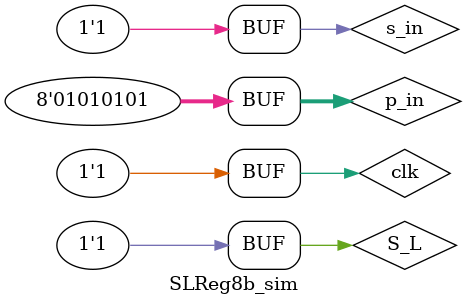
<source format=v>
`timescale 1ns / 1ps


module SLReg8b_sim;

	// Inputs
	reg clk;
	reg S_L;
	reg s_in;
	reg [7:0] p_in;

	// Outputs
	wire [7:0] Q;

	// Instantiate the Unit Under Test (UUT)
	SLReg8b uut (
		.clk(clk), 
		.S_L(S_L), 
		.s_in(s_in), 
		.p_in(p_in), 
		.Q(Q)
	);

	initial begin
		// Initialize Inputs
		clk = 0;
		S_L = 0;
		s_in = 0;
		p_in = 0;

		// Wait 100 ns for global reset to finish
		#100;
        
		// Add stimulus here
		S_L = 0;
		
		p_in = 0;
		#20;
		s_in = 1;
		#400;
		S_L = 1;
		s_in = 0;
		p_in = 8'b01010101;
		#100;
		s_in = 1;
		#500;
	end
	always begin
		clk = 0; #20;
		clk = 1; #20;
	end
      
endmodule


</source>
